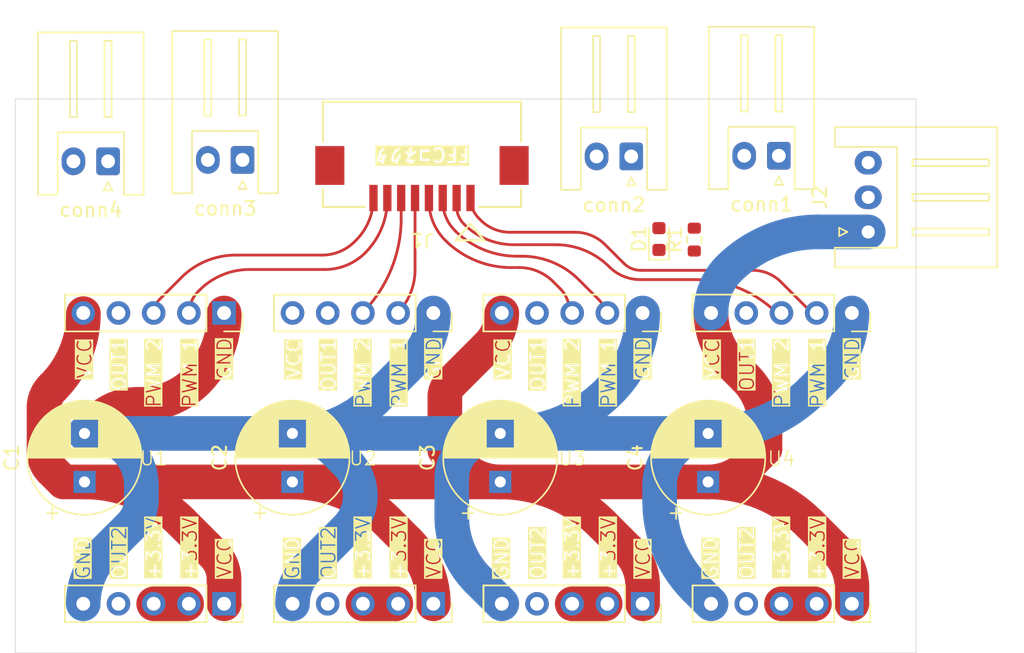
<source format=kicad_pcb>
(kicad_pcb (version 20241229) (generator "pcbnew") (generator_version "9.0")
  (layers (0 "F.Cu" signal) (2 "B.Cu" signal) (13 "F.Paste" user) (15 "B.Paste" user) (5 "F.SilkS" user "F.Silkscreen") (7 "B.SilkS" user "B.Silkscreen") (1 "F.Mask" user) (3 "B.Mask" user) (25 "Edge.Cuts" user))
  (net 0 "")
  (net 1 "+3.3V")
  (net 2 "VCC")
  (net 3 "GND")
  (net 4 "D1 OUT1")
  (net 5 "D1 OUT2")
  (net 6 "D2 OUT2")
  (net 7 "D2 OUT1")
  (net 8 "D3 OUT1")
  (net 9 "D3 OUT2")
  (net 10 "D4 OUT2")
  (net 11 "D4 OUT1")
  (net 12 "D1 EN")
  (net 13 "D1 PH")
  (net 14 "D2 PH")
  (net 15 "D2 EN")
  (net 16 "D3 EN")
  (net 17 "D3 PH")
  (net 18 "D4 EN")
  (net 19 "D4 PH")
  (net 20 "Net-(D1-K)")
  (footprint "Connector_JST:JST_XH_S2B-XH-A_1x02_P2.50mm_Horizontal" (layer "F.Cu") (at 172.1 80.947349 180)
    (property "Reference" "conn1" (at 1.25 -3.5 0) (layer "F.SilkS"))
    (property "Value" "Conn_01x02_Pin")
    (pad "1" thru_hole roundrect (at 0 0 180) (size 1.7 2) (drill 1) (layers "*.Cu" "*.Mask") (roundrect_rratio 0.147059) (net 4 "D1 OUT1"))
    (pad "2" thru_hole oval (at 2.5 0 180) (size 1.7 2) (drill 1) (layers "*.Cu" "*.Mask") (net 5 "D1 OUT2"))
  )
  (footprint "Connector_JST:JST_XH_S2B-XH-A_1x02_P2.50mm_Horizontal" (layer "F.Cu") (at 133.4 81.247349 180)
    (property "Reference" "conn3" (at 1.25 -3.5 0) (layer "F.SilkS"))
    (property "Value" "Conn_01x02_Pin")
    (pad "1" thru_hole roundrect (at 0 0 180) (size 1.7 2) (drill 1) (layers "*.Cu" "*.Mask") (roundrect_rratio 0.147059) (net 8 "D3 OUT1"))
    (pad "2" thru_hole oval (at 2.5 0 180) (size 1.7 2) (drill 1) (layers "*.Cu" "*.Mask") (net 9 "D3 OUT2"))
  )
  (footprint "Capacitor_THT:CP_Radial_D8.0mm_P3.50mm" (layer "F.Cu") (at 152 104.5 90)
    (property "Reference" "C3" (at 1.75 -5.25 90) (layer "F.SilkS"))
    (property "Value" "150uF")
    (pad "1" thru_hole rect (at 0 0 90) (size 1.6 1.6) (drill 0.8) (layers "*.Cu" "*.Mask") (net 2 "VCC"))
    (pad "2" thru_hole circle (at 3.5 0 90) (size 1.6 1.6) (drill 0.8) (layers "*.Cu" "*.Mask") (net 3 "GND"))
  )
  (footprint "Motor Driver Module:DRV8874 Module" (layer "F.Cu") (at 157.19 102.8)
    (property "Reference" "U3" (at 0 0 0) (layer "F.SilkS") (effects (font (thickness 0.1))))
    (property "Value" "~")
    (fp_text user "+3.3V" (at 3.2 8.8 90) (layer "F.SilkS" knockout) (effects (font (thickness 0.1)) (justify left bottom)))
    (fp_text user "+3.3V" (at 0.6 8.8 90) (layer "F.SilkS" knockout) (effects (font (thickness 0.1)) (justify left bottom)))
    (fp_text user "OUT1" (at -1.9 -4.8 90) (layer "F.SilkS" knockout) (effects (font (thickness 0.1)) (justify left bottom)))
    (fp_text user "VCC" (at -4.4 -5.7 90) (layer "F.SilkS" knockout) (effects (font (thickness 0.1)) (justify left bottom)))
    (fp_text user "VCC" (at 5.7 8.7 90) (layer "F.SilkS" knockout) (effects (font (thickness 0.1)) (justify left bottom)))
    (fp_text user "GND" (at -4.5 8.8 90) (layer "F.SilkS" knockout) (effects (font (thickness 0.1)) (justify left bottom)))
    (fp_text user "OUT2" (at -1.9 8.8 90) (layer "F.SilkS" knockout) (effects (font (thickness 0.1)) (justify left bottom)))
    (fp_text user "PWM 2" (at 0.6 -3.6 90) (layer "F.SilkS" knockout) (effects (font (thickness 0.1)) (justify left bottom)))
    (fp_text user "PWM 1" (at 3.2 -3.6 90) (layer "F.SilkS" knockout) (effects (font (thickness 0.1)) (justify left bottom)))
    (fp_text user "GND" (at 5.7 -5.6 90) (layer "F.SilkS" knockout) (effects (font (thickness 0.1)) (justify left bottom)))
    (pad "1" thru_hole rect (at 5.08 -10.5 180) (size 1.7 1.7) (drill 1) (layers "*.Cu" "*.Mask") (net 3 "GND"))
    (pad "2" thru_hole oval (at 2.54 -10.5 180) (size 1.7 1.7) (drill 1) (layers "*.Cu" "*.Mask") (net 16 "D3 EN"))
    (pad "3" thru_hole oval (at 0 -10.5 180) (size 1.7 1.7) (drill 1) (layers "*.Cu" "*.Mask") (net 17 "D3 PH"))
    (pad "4" thru_hole oval (at -2.54 -10.5 180) (size 1.7 1.7) (drill 1) (layers "*.Cu" "*.Mask") (net 8 "D3 OUT1"))
    (pad "5" thru_hole oval (at -5.08 -10.5 180) (size 1.7 1.7) (drill 1) (layers "*.Cu" "*.Mask") (net 2 "VCC"))
    (pad "6" thru_hole rect (at 5.08 10.5 180) (size 1.7 1.7) (drill 1) (layers "*.Cu" "*.Mask") (net 2 "VCC"))
    (pad "7" thru_hole oval (at 2.54 10.5 180) (size 1.7 1.7) (drill 1) (layers "*.Cu" "*.Mask") (net 1 "+3.3V"))
    (pad "8" thru_hole oval (at 0 10.5 180) (size 1.7 1.7) (drill 1) (layers "*.Cu" "*.Mask") (net 1 "+3.3V"))
    (pad "9" thru_hole oval (at -2.54 10.5 180) (size 1.7 1.7) (drill 1) (layers "*.Cu" "*.Mask") (net 9 "D3 OUT2"))
    (pad "10" thru_hole oval (at -5.08 10.5 180) (size 1.7 1.7) (drill 1) (layers "*.Cu" "*.Mask") (net 3 "GND"))
  )
  (footprint "Motor Driver Module:DRV8874 Module" (layer "F.Cu") (at 142.09 102.8)
    (property "Reference" "U2" (at 0 0 0) (layer "F.SilkS") (effects (font (thickness 0.1))))
    (property "Value" "~")
    (fp_text user "PWM 1" (at 3.2 -3.6 90) (layer "F.SilkS" knockout) (effects (font (thickness 0.1)) (justify left bottom)))
    (fp_text user "GND" (at -4.5 8.8 90) (layer "F.SilkS" knockout) (effects (font (thickness 0.1)) (justify left bottom)))
    (fp_text user "OUT1" (at -1.9 -4.8 90) (layer "F.SilkS" knockout) (effects (font (thickness 0.1)) (justify left bottom)))
    (fp_text user "OUT2" (at -1.9 8.8 90) (layer "F.SilkS" knockout) (effects (font (thickness 0.1)) (justify left bottom)))
    (fp_text user "+3.3V" (at 3.2 8.8 90) (layer "F.SilkS" knockout) (effects (font (thickness 0.1)) (justify left bottom)))
    (fp_text user "PWM 2" (at 0.6 -3.6 90) (layer "F.SilkS" knockout) (effects (font (thickness 0.1)) (justify left bottom)))
    (fp_text user "VCC" (at 5.7 8.7 90) (layer "F.SilkS" knockout) (effects (font (thickness 0.1)) (justify left bottom)))
    (fp_text user "+3.3V" (at 0.6 8.8 90) (layer "F.SilkS" knockout) (effects (font (thickness 0.1)) (justify left bottom)))
    (fp_text user "GND" (at 5.7 -5.6 90) (layer "F.SilkS" knockout) (effects (font (thickness 0.1)) (justify left bottom)))
    (fp_text user "VCC" (at -4.4 -5.7 90) (layer "F.SilkS" knockout) (effects (font (thickness 0.1)) (justify left bottom)))
    (pad "1" thru_hole rect (at 5.08 -10.5 180) (size 1.7 1.7) (drill 1) (layers "*.Cu" "*.Mask") (net 3 "GND"))
    (pad "2" thru_hole oval (at 2.54 -10.5 180) (size 1.7 1.7) (drill 1) (layers "*.Cu" "*.Mask") (net 15 "D2 EN"))
    (pad "3" thru_hole oval (at 0 -10.5 180) (size 1.7 1.7) (drill 1) (layers "*.Cu" "*.Mask") (net 14 "D2 PH"))
    (pad "4" thru_hole oval (at -2.54 -10.5 180) (size 1.7 1.7) (drill 1) (layers "*.Cu" "*.Mask") (net 7 "D2 OUT1"))
    (pad "5" thru_hole oval (at -5.08 -10.5 180) (size 1.7 1.7) (drill 1) (layers "*.Cu" "*.Mask") (net 2 "VCC"))
    (pad "6" thru_hole rect (at 5.08 10.5 180) (size 1.7 1.7) (drill 1) (layers "*.Cu" "*.Mask") (net 2 "VCC"))
    (pad "7" thru_hole oval (at 2.54 10.5 180) (size 1.7 1.7) (drill 1) (layers "*.Cu" "*.Mask") (net 1 "+3.3V"))
    (pad "8" thru_hole oval (at 0 10.5 180) (size 1.7 1.7) (drill 1) (layers "*.Cu" "*.Mask") (net 1 "+3.3V"))
    (pad "9" thru_hole oval (at -2.54 10.5 180) (size 1.7 1.7) (drill 1) (layers "*.Cu" "*.Mask") (net 6 "D2 OUT2"))
    (pad "10" thru_hole oval (at -5.08 10.5 180) (size 1.7 1.7) (drill 1) (layers "*.Cu" "*.Mask") (net 3 "GND"))
  )
  (footprint "Resistor_SMD:R_0603_1608Metric" (layer "F.Cu") (at 166 87 90)
    (property "Reference" "R1" (at 0 -1.43 90) (layer "F.SilkS"))
    (property "Value" "350")
    (pad "1" smd roundrect (at -0.825 0 90) (size 0.8 0.95) (layers "F.Cu" "F.Mask" "F.Paste") (net 20 "Net-(D1-K)"))
    (pad "2" smd roundrect (at 0.825 0 90) (size 0.8 0.95) (layers "F.Cu" "F.Mask" "F.Paste") (net 3 "GND"))
  )
  (footprint "Connector_JST:JST_XH_S3B-XH-A_1x03_P2.50mm_Horizontal" (layer "F.Cu") (at 178.55 86.447349 90)
    (property "Reference" "J2" (at 2.5 -3.5 90) (layer "F.SilkS"))
    (property "Value" "Conn_01x03_Pin")
    (pad "1" thru_hole roundrect (at 0 0 90) (size 1.7 1.95) (drill 0.95) (layers "*.Cu" "*.Mask") (roundrect_rratio 0.147059) (net 2 "VCC"))
    (pad "2" thru_hole oval (at 2.5 0 90) (size 1.7 1.95) (drill 0.95) (layers "*.Cu" "*.Mask") (net 1 "+3.3V"))
    (pad "3" thru_hole oval (at 5 0 90) (size 1.7 1.95) (drill 0.95) (layers "*.Cu" "*.Mask") (net 3 "GND"))
  )
  (footprint "FFC conector:FFC conector 8Pin" (layer "F.Cu") (at 146.350007 80.847349 180)
    (property "Reference" "J1" (at 0 -6.2 180) (layer "F.SilkS"))
    (property "Value" "Conn_01x08_Pin")
    (fp_text user "FFCコネクタ" (at 0 0 180) (layer "F.SilkS" knockout))
    (pad "1" smd rect (at -3.499993 -3.149999 180) (size 0.6 1.9) (layers "F.Cu" "F.Mask" "F.Paste") (net 16 "D3 EN"))
    (pad "2" smd rect (at -2.499992 -3.149999 180) (size 0.6 1.9) (layers "F.Cu" "F.Mask" "F.Paste") (net 17 "D3 PH"))
    (pad "3" smd rect (at -1.499992 -3.149999 180) (size 0.6 1.9) (layers "F.Cu" "F.Mask" "F.Paste") (net 15 "D2 EN"))
    (pad "4" smd rect (at -0.499994 -3.149999 180) (size 0.6 1.9) (layers "F.Cu" "F.Mask" "F.Paste") (net 14 "D2 PH"))
    (pad "5" smd rect (at 0.500007 -3.149999 180) (size 0.6 1.9) (layers "F.Cu" "F.Mask" "F.Paste") (net 18 "D4 EN"))
    (pad "6" smd rect (at 1.500007 -3.149999 180) (size 0.6 1.9) (layers "F.Cu" "F.Mask" "F.Paste") (net 19 "D4 PH"))
    (pad "7" smd rect (at 2.500008 -3.149999 180) (size 0.6 1.9) (layers "F.Cu" "F.Mask" "F.Paste") (net 12 "D1 EN"))
    (pad "8" smd rect (at 3.500008 -3.149999 180) (size 0.6 1.9) (layers "F.Cu" "F.Mask" "F.Paste") (net 13 "D1 PH"))
    (pad "P1" smd rect (at -6.649993 -0.799998 180) (size 2.1 2.799999) (layers "F.Cu" "F.Mask" "F.Paste"))
    (pad "P2" smd rect (at 6.649993 -0.799998 180) (size 2.1 2.799999) (layers "F.Cu" "F.Mask" "F.Paste"))
  )
  (footprint "Motor Driver Module:DRV8874 Module" (layer "F.Cu") (at 126.99 102.8)
    (property "Reference" "U1" (at 0 0 0) (layer "F.SilkS") (effects (font (thickness 0.1))))
    (property "Value" "~")
    (fp_text user "PWM 2" (at 0.6 -3.6 90) (layer "F.SilkS" knockout) (effects (font (thickness 0.1)) (justify left bottom)))
    (fp_text user "+3.3V" (at 0.6 8.8 90) (layer "F.SilkS" knockout) (effects (font (thickness 0.1)) (justify left bottom)))
    (fp_text user "VCC" (at 5.7 8.7 90) (layer "F.SilkS" knockout) (effects (font (thickness 0.1)) (justify left bottom)))
    (fp_text user "PWM 1" (at 3.2 -3.6 90) (layer "F.SilkS" knockout) (effects (font (thickness 0.1)) (justify left bottom)))
    (fp_text user "GND" (at -4.5 8.8 90) (layer "F.SilkS" knockout) (effects (font (thickness 0.1)) (justify left bottom)))
    (fp_text user "OUT1" (at -1.9 -4.8 90) (layer "F.SilkS" knockout) (effects (font (thickness 0.1)) (justify left bottom)))
    (fp_text user "VCC" (at -4.4 -5.7 90) (layer "F.SilkS" knockout) (effects (font (thickness 0.1)) (justify left bottom)))
    (fp_text user "+3.3V" (at 3.2 8.8 90) (layer "F.SilkS" knockout) (effects (font (thickness 0.1)) (justify left bottom)))
    (fp_text user "OUT2" (at -1.9 8.8 90) (layer "F.SilkS" knockout) (effects (font (thickness 0.1)) (justify left bottom)))
    (fp_text user "GND" (at 5.7 -5.6 90) (layer "F.SilkS" knockout) (effects (font (thickness 0.1)) (justify left bottom)))
    (pad "1" thru_hole rect (at 5.08 -10.5 180) (size 1.7 1.7) (drill 1) (layers "*.Cu" "*.Mask") (net 3 "GND"))
    (pad "2" thru_hole oval (at 2.54 -10.5 180) (size 1.7 1.7) (drill 1) (layers "*.Cu" "*.Mask") (net 12 "D1 EN"))
    (pad "3" thru_hole oval (at 0 -10.5 180) (size 1.7 1.7) (drill 1) (layers "*.Cu" "*.Mask") (net 13 "D1 PH"))
    (pad "4" thru_hole oval (at -2.54 -10.5 180) (size 1.7 1.7) (drill 1) (layers "*.Cu" "*.Mask") (net 4 "D1 OUT1"))
    (pad "5" thru_hole oval (at -5.08 -10.5 180) (size 1.7 1.7) (drill 1) (layers "*.Cu" "*.Mask") (net 2 "VCC"))
    (pad "6" thru_hole rect (at 5.08 10.5 180) (size 1.7 1.7) (drill 1) (layers "*.Cu" "*.Mask") (net 2 "VCC"))
    (pad "7" thru_hole oval (at 2.54 10.5 180) (size 1.7 1.7) (drill 1) (layers "*.Cu" "*.Mask") (net 1 "+3.3V"))
    (pad "8" thru_hole oval (at 0 10.5 180) (size 1.7 1.7) (drill 1) (layers "*.Cu" "*.Mask") (net 1 "+3.3V"))
    (pad "9" thru_hole oval (at -2.54 10.5 180) (size 1.7 1.7) (drill 1) (layers "*.Cu" "*.Mask") (net 5 "D1 OUT2"))
    (pad "10" thru_hole oval (at -5.08 10.5 180) (size 1.7 1.7) (drill 1) (layers "*.Cu" "*.Mask") (net 3 "GND"))
  )
  (footprint "LED_SMD:LED_0603_1608Metric" (layer "F.Cu") (at 163.45 86.96 90)
    (property "Reference" "D1" (at 0 -1.43 90) (layer "F.SilkS"))
    (property "Value" "LED")
    (pad "1" smd roundrect (at -0.7875 0 90) (size 0.875 0.95) (layers "F.Cu" "F.Mask" "F.Paste") (net 20 "Net-(D1-K)"))
    (pad "2" smd roundrect (at 0.7875 0 90) (size 0.875 0.95) (layers "F.Cu" "F.Mask" "F.Paste") (net 2 "VCC"))
  )
  (footprint "Motor Driver Module:DRV8874 Module" (layer "F.Cu") (at 172.29 102.8)
    (property "Reference" "U4" (at 0 0 0) (layer "F.SilkS") (effects (font (thickness 0.1))))
    (property "Value" "~")
    (fp_text user "VCC" (at 5.7 8.7 90) (layer "F.SilkS" knockout) (effects (font (thickness 0.1)) (justify left bottom)))
    (fp_text user "PWM 2" (at 0.6 -3.6 90) (layer "F.SilkS" knockout) (effects (font (thickness 0.1)) (justify left bottom)))
    (fp_text user "+3.3V" (at 3.2 8.8 90) (layer "F.SilkS" knockout) (effects (font (thickness 0.1)) (justify left bottom)))
    (fp_text user "GND" (at 5.7 -5.6 90) (layer "F.SilkS" knockout) (effects (font (thickness 0.1)) (justify left bottom)))
    (fp_text user "OUT2" (at -1.9 8.8 90) (layer "F.SilkS" knockout) (effects (font (thickness 0.1)) (justify left bottom)))
    (fp_text user "OUT1" (at -1.9 -4.8 90) (layer "F.SilkS" knockout) (effects (font (thickness 0.1)) (justify left bottom)))
    (fp_text user "PWM 1" (at 3.2 -3.6 90) (layer "F.SilkS" knockout) (effects (font (thickness 0.1)) (justify left bottom)))
    (fp_text user "GND" (at -4.5 8.8 90) (layer "F.SilkS" knockout) (effects (font (thickness 0.1)) (justify left bottom)))
    (fp_text user "+3.3V" (at 0.6 8.8 90) (layer "F.SilkS" knockout) (effects (font (thickness 0.1)) (justify left bottom)))
    (fp_text user "VCC" (at -4.4 -5.7 90) (layer "F.SilkS" knockout) (effects (font (thickness 0.1)) (justify left bottom)))
    (pad "1" thru_hole rect (at 5.08 -10.5 180) (size 1.7 1.7) (drill 1) (layers "*.Cu" "*.Mask") (net 3 "GND"))
    (pad "2" thru_hole oval (at 2.54 -10.5 180) (size 1.7 1.7) (drill 1) (layers "*.Cu" "*.Mask") (net 18 "D4 EN"))
    (pad "3" thru_hole oval (at 0 -10.5 180) (size 1.7 1.7) (drill 1) (layers "*.Cu" "*.Mask") (net 19 "D4 PH"))
    (pad "4" thru_hole oval (at -2.54 -10.5 180) (size 1.7 1.7) (drill 1) (layers "*.Cu" "*.Mask") (net 11 "D4 OUT1"))
    (pad "5" thru_hole oval (at -5.08 -10.5 180) (size 1.7 1.7) (drill 1) (layers "*.Cu" "*.Mask") (net 2 "VCC"))
    (pad "6" thru_hole rect (at 5.08 10.5 180) (size 1.7 1.7) (drill 1) (layers "*.Cu" "*.Mask") (net 2 "VCC"))
    (pad "7" thru_hole oval (at 2.54 10.5 180) (size 1.7 1.7) (drill 1) (layers "*.Cu" "*.Mask") (net 1 "+3.3V"))
    (pad "8" thru_hole oval (at 0 10.5 180) (size 1.7 1.7) (drill 1) (layers "*.Cu" "*.Mask") (net 1 "+3.3V"))
    (pad "9" thru_hole oval (at -2.54 10.5 180) (size 1.7 1.7) (drill 1) (layers "*.Cu" "*.Mask") (net 10 "D4 OUT2"))
    (pad "10" thru_hole oval (at -5.08 10.5 180) (size 1.7 1.7) (drill 1) (layers "*.Cu" "*.Mask") (net 3 "GND"))
  )
  (footprint "Capacitor_THT:CP_Radial_D8.0mm_P3.50mm" (layer "F.Cu") (at 167 104.5 90)
    (property "Reference" "C4" (at 1.75 -5.25 90) (layer "F.SilkS"))
    (property "Value" "150uF")
    (pad "1" thru_hole rect (at 0 0 90) (size 1.6 1.6) (drill 0.8) (layers "*.Cu" "*.Mask") (net 2 "VCC"))
    (pad "2" thru_hole circle (at 3.5 0 90) (size 1.6 1.6) (drill 0.8) (layers "*.Cu" "*.Mask") (net 3 "GND"))
  )
  (footprint "Connector_JST:JST_XH_S2B-XH-A_1x02_P2.50mm_Horizontal" (layer "F.Cu") (at 161.45 80.997349 180)
    (property "Reference" "conn2" (at 1.25 -3.5 0) (layer "F.SilkS"))
    (property "Value" "Conn_01x02_Pin")
    (pad "1" thru_hole roundrect (at 0 0 180) (size 1.7 2) (drill 1) (layers "*.Cu" "*.Mask") (roundrect_rratio 0.147059) (net 7 "D2 OUT1"))
    (pad "2" thru_hole oval (at 2.5 0 180) (size 1.7 2) (drill 1) (layers "*.Cu" "*.Mask") (net 6 "D2 OUT2"))
  )
  (footprint "Connector_JST:JST_XH_S2B-XH-A_1x02_P2.50mm_Horizontal" (layer "F.Cu") (at 123.7 81.347349 180)
    (property "Reference" "conn4" (at 1.25 -3.5 0) (layer "F.SilkS"))
    (property "Value" "Conn_01x02_Pin")
    (pad "1" thru_hole roundrect (at 0 0 180) (size 1.7 2) (drill 1) (layers "*.Cu" "*.Mask") (roundrect_rratio 0.147059) (net 11 "D4 OUT1"))
    (pad "2" thru_hole oval (at 2.5 0 180) (size 1.7 2) (drill 1) (layers "*.Cu" "*.Mask") (net 10 "D4 OUT2"))
  )
  (footprint "Capacitor_THT:CP_Radial_D8.0mm_P3.50mm" (layer "F.Cu") (at 137 104.5 90)
    (property "Reference" "C2" (at 1.75 -5.25 90) (layer "F.SilkS"))
    (property "Value" "150uF")
    (pad "1" thru_hole rect (at 0 0 90) (size 1.6 1.6) (drill 0.8) (layers "*.Cu" "*.Mask") (net 2 "VCC"))
    (pad "2" thru_hole circle (at 3.5 0 90) (size 1.6 1.6) (drill 0.8) (layers "*.Cu" "*.Mask") (net 3 "GND"))
  )
  (footprint "Capacitor_THT:CP_Radial_D8.0mm_P3.50mm" (layer "F.Cu") (at 122 104.5 90)
    (property "Reference" "C1" (at 1.75 -5.25 90) (layer "F.SilkS"))
    (property "Value" "150uF")
    (pad "1" thru_hole rect (at 0 0 90) (size 1.6 1.6) (drill 0.8) (layers "*.Cu" "*.Mask") (net 2 "VCC"))
    (pad "2" thru_hole circle (at 3.5 0 90) (size 1.6 1.6) (drill 0.8) (layers "*.Cu" "*.Mask") (net 3 "GND"))
  )
  (gr_line (start 117 76.847349) (end 182 76.847349) (stroke (width 0.05)) (layer "Edge.Cuts"))
  (gr_line (start 182 76.847349) (end 182 116.847349) (stroke (width 0.05)) (layer "Edge.Cuts"))
  (gr_line (start 182 116.847349) (end 117 116.847349) (stroke (width 0.05)) (layer "Edge.Cuts"))
  (gr_line (start 117 116.847349) (end 117 76.847349) (stroke (width 0.05)) (layer "Edge.Cuts"))
  (segment (start 144.458417 113.3) (end 144.464706 113.302605) (width 2.5) (layer "F.Cu") (net 1))
  (segment (start 157.19 113.3) (end 159.57 113.3) (width 2.5) (layer "F.Cu") (net 1))
  (segment (start 172.29 113.3) (end 174.67 113.3) (width 2.5) (layer "F.Cu") (net 1))
  (segment (start 126.99 113.3) (end 129.37 113.3) (width 2.5) (layer "F.Cu") (net 1))
  (segment (start 142.09 113.3) (end 144.458417 113.3) (width 2.5) (layer "F.Cu") (net 1))
  (segment (start 119.617401 103.637401) (end 120.47 104.49) (width 2.5) (layer "F.Cu") (net 2))
  (segment (start 120.494142 104.5) (end 122 104.5) (width 2.5) (layer "F.Cu") (net 2))
  (segment (start 171.1 102.1) (end 171.1 100.379899) (width 2.5) (layer "F.Cu") (net 2))
  (segment (start 122 104.5) (end 167 104.5) (width 2.5) (layer "F.Cu") (net 2))
  (segment (start 162.27 111.983209) (end 162.27 113.3) (width 2.5) (layer "F.Cu") (net 2))
  (segment (start 177.37 112.083209) (end 177.37 113.3) (width 2.5) (layer "F.Cu") (net 2))
  (segment (start 174.340559 107.540559) (end 176.3 109.5) (width 2.5) (layer "F.Cu") (net 2))
  (segment (start 159.340559 107.540559) (end 161.2 109.4) (width 2.5) (layer "F.Cu") (net 2))
  (segment (start 169.902081 103.297918) (end 171.1 102.1) (width 2.5) (layer "F.Cu") (net 2))
  (segment (start 119.08 99.134386) (end 119.08 102.34) (width 2.5) (layer "F.Cu") (net 2))
  (segment (start 143.828427 107.328427) (end 145.310309 108.810309) (width 2.5) (layer "F.Cu") (net 2))
  (segment (start 169.7 97) (end 168.772706 96.072706) (width 2.5) (layer "F.Cu") (net 2))
  (segment (start 119.719023 97.660976) (end 119.67 97.71) (width 2.5) (layer "F.Cu") (net 2))
  (segment (start 148 102.2) (end 148 98.365685) (width 2.5) (layer "F.Cu") (net 2))
  (segment (start 128.999138 107.399138) (end 131.3 109.7) (width 2.5) (layer "F.Cu") (net 2))
  (segment (start 148.4 97.4) (end 151.127121 94.672879) (width 2.5) (layer "F.Cu") (net 2))
  (segment (start 132.07 111.558944) (end 132.07 113.3) (width 2.5) (layer "F.Cu") (net 2))
  (segment (start 149.097919 103.297918) (end 148 102.2) (width 2.5) (layer "F.Cu") (net 2))
  (arc (start 148 98.365685) (mid 148.103957 97.84306) (end 148.4 97.4) (width 2.5) (layer "F.Cu") (net 2))
  (arc (start 152 104.5) (mid 155.972682 105.290216) (end 159.340559 107.540559) (width 2.5) (layer "F.Cu") (net 2))
  (arc (start 168.772706 96.072706) (mid 167.616134 94.341774) (end 167.21 92.3) (width 2.5) (layer "F.Cu") (net 2))
  (arc (start 161.2 109.4) (mid 161.991916 110.585187) (end 162.27 111.983209) (width 2.5) (layer "F.Cu") (net 2))
  (arc (start 176.3 109.5) (mid 177.091916 110.685187) (end 177.37 112.083209) (width 2.5) (layer "F.Cu") (net 2))
  (arc (start 137 104.5) (mid 140.695518 105.235084) (end 143.828427 107.328427) (width 2.5) (layer "F.Cu") (net 2))
  (arc (start 171.1 100.379899) (mid 170.736152 98.55071) (end 169.7 97) (width 2.5) (layer "F.Cu") (net 2))
  (arc (start 119.67 97.71) (mid 119.233336 98.363513) (end 119.08 99.134386) (width 2.5) (layer "F.Cu") (net 2))
  (arc (start 119.08 102.34) (mid 119.219666 103.042148) (end 119.617401 103.637401) (width 2.5) (layer "F.Cu") (net 2))
  (arc (start 122 104.5) (mid 125.787906 105.253461) (end 128.999138 107.399138) (width 2.5) (layer "F.Cu") (net 2))
  (arc (start 152 104.5) (mid 150.429405 104.187589) (end 149.097919 103.297918) (width 2.5) (layer "F.Cu") (net 2))
  (arc (start 121.92 92.347349) (mid 121.347985 95.223063) (end 119.719023 97.660976) (width 2.5) (layer "F.Cu") (net 2))
  (arc (start 167 104.5) (mid 170.972682 105.290216) (end 174.340559 107.540559) (width 2.5) (layer "F.Cu") (net 2))
  (arc (start 151.127121 94.672879) (mid 151.854558 93.584193) (end 152.11 92.3) (width 2.5) (layer "F.Cu") (net 2))
  (arc (start 120.47 104.49) (mid 120.481076 104.497401) (end 120.494142 104.5) (width 2.5) (layer "F.Cu") (net 2))
  (arc (start 145.310309 108.810309) (mid 146.686682 110.870197) (end 147.17 113.3) (width 2.5) (layer "F.Cu") (net 2))
  (arc (start 167 104.5) (mid 168.570595 104.187589) (end 169.902081 103.297918) (width 2.5) (layer "F.Cu") (net 2))
  (arc (start 131.3 109.7) (mid 131.869883 110.552891) (end 132.07 111.558944) (width 2.5) (layer "F.Cu") (net 2))
  (segment (start 174.904066 86.447349) (end 178.55 86.447349) (width 2.5) (layer "B.Cu") (net 2))
  (segment (start 167.21 92.3) (end 167.21 92.214335) (width 2.5) (layer "B.Cu") (net 2))
  (arc (start 168.5 89.1) (mid 171.43821 87.13675) (end 174.904066 86.447349) (width 2.5) (layer "B.Cu") (net 2))
  (arc (start 167.21 92.214335) (mid 167.54526 90.528869) (end 168.5 89.1) (width 2.5) (layer "B.Cu") (net 2))
  (segment (start 132.07 92.3) (end 132.07 92.443999) (width 2.5) (layer "F.Cu") (net 3))
  (segment (start 122.897919 100.102082) (end 122 101) (width 2.5) (layer "F.Cu") (net 3))
  (segment (start 125.995837 98.9) (end 125.8 98.9) (width 2.5) (layer "F.Cu") (net 3))
  (arc (start 132.07 92.443999) (mid 131.558014 95.017929) (end 130.1 97.2) (width 2.5) (layer "F.Cu") (net 3))
  (arc (start 130.1 97.2) (mid 128.216994 98.458185) (end 125.995837 98.9) (width 2.5) (layer "F.Cu") (net 3))
  (arc (start 125.8 98.9) (mid 124.229405 99.212411) (end 122.897919 100.102082) (width 2.5) (layer "F.Cu") (net 3))
  (segment (start 148.5 104.272792) (end 148.5 107) (width 2.5) (layer "B.Cu") (net 3))
  (segment (start 159.8 98) (end 159.986045 97.813955) (width 2.5) (layer "B.Cu") (net 3))
  (segment (start 142.974873 98.525126) (end 145.8 95.7) (width 2.5) (layer "B.Cu") (net 3))
  (segment (start 149.43934 102.06066) (end 149.4 102.1) (width 2.5) (layer "B.Cu") (net 3))
  (segment (start 164.780761 101.919239) (end 164.6 102.1) (width 2.5) (layer "B.Cu") (net 3))
  (segment (start 122 101) (end 122.344365 101) (width 2.5) (layer "B.Cu") (net 3))
  (segment (start 174.51127 97.88873) (end 175.439599 96.960401) (width 2.5) (layer "B.Cu") (net 3))
  (segment (start 124.3 108.7) (end 123.472706 109.527294) (width 2.5) (layer "B.Cu") (net 3))
  (segment (start 147.17 92.392527) (end 147.17 92.3) (width 2.5) (layer "B.Cu") (net 3))
  (segment (start 139.8 109) (end 138.077731 110.722269) (width 2.5) (layer "B.Cu") (net 3))
  (segment (start 150.402117 111.592117) (end 152.11 113.3) (width 2.5) (layer "B.Cu") (net 3))
  (segment (start 126.1 104.755635) (end 126.1 105.8) (width 2.5) (layer "B.Cu") (net 3))
  (segment (start 166.109224 112.199224) (end 167.21 113.3) (width 2.5) (layer "B.Cu") (net 3))
  (segment (start 163.5 104.755635) (end 163.5 105.9) (width 2.5) (layer "B.Cu") (net 3))
  (segment (start 140.910051 107.88995) (end 139.8 109) (width 2.5) (layer "B.Cu") (net 3))
  (segment (start 152 101) (end 152.557359 101) (width 2.5) (layer "B.Cu") (net 3))
  (segment (start 140.072792 102.272792) (end 140.910051 103.110051) (width 2.5) (layer "B.Cu") (net 3))
  (segment (start 122 101) (end 167 101) (width 2.5) (layer "B.Cu") (net 3))
  (segment (start 125.322183 107.677818) (end 124.3 108.7) (width 2.5) (layer "B.Cu") (net 3))
  (arc (start 149.4 102.1) (mid 148.733902 103.096885) (end 148.5 104.272792) (width 2.5) (layer "B.Cu") (net 3))
  (arc (start 167 101) (mid 165.798956 101.238902) (end 164.780761 101.919239) (width 2.5) (layer "B.Cu") (net 3))
  (arc (start 152 101) (mid 150.614181 101.275657) (end 149.43934 102.06066) (width 2.5) (layer "B.Cu") (net 3))
  (arc (start 152.557359 101) (mid 156.477048 100.220325) (end 159.8 98) (width 2.5) (layer "B.Cu") (net 3))
  (arc (start 148.5 107) (mid 148.994344 109.485236) (end 150.402117 111.592117) (width 2.5) (layer "B.Cu") (net 3))
  (arc (start 122.344365 101) (mid 123.781584 101.285881) (end 125 102.1) (width 2.5) (layer "B.Cu") (net 3))
  (arc (start 137 101) (mid 138.662983 101.330788) (end 140.072792 102.272792) (width 2.5) (layer "B.Cu") (net 3))
  (arc (start 145.8 95.7) (mid 146.813949 94.182518) (end 147.17 92.392527) (width 2.5) (layer "B.Cu") (net 3))
  (arc (start 125 102.1) (mid 125.814119 103.318416) (end 126.1 104.755635) (width 2.5) (layer "B.Cu") (net 3))
  (arc (start 140.910051 103.110051) (mid 141.64272 104.206569) (end 141.9 105.5) (width 2.5) (layer "B.Cu") (net 3))
  (arc (start 123.472706 109.527294) (mid 122.316134 111.258226) (end 121.91 113.3) (width 2.5) (layer "B.Cu") (net 3))
  (arc (start 159.986045 97.813955) (mid 161.67642 95.284131) (end 162.27 92.3) (width 2.5) (layer "B.Cu") (net 3))
  (arc (start 141.9 105.5) (mid 141.642721 106.793431) (end 140.910051 107.88995) (width 2.5) (layer "B.Cu") (net 3))
  (arc (start 138.077731 110.722269) (mid 137.287495 111.904942) (end 137.01 113.3) (width 2.5) (layer "B.Cu") (net 3))
  (arc (start 167 101) (mid 171.06507 100.191407) (end 174.51127 97.88873) (width 2.5) (layer "B.Cu") (net 3))
  (arc (start 126.1 105.8) (mid 125.897852 106.816268) (end 125.322183 107.677818) (width 2.5) (layer "B.Cu") (net 3))
  (arc (start 163.5 105.9) (mid 164.178115 109.309115) (end 166.109224 112.199224) (width 2.5) (layer "B.Cu") (net 3))
  (arc (start 164.6 102.1) (mid 163.785881 103.318416) (end 163.5 104.755635) (width 2.5) (layer "B.Cu") (net 3))
  (arc (start 137 101) (mid 140.233578 100.356801) (end 142.974873 98.525126) (width 2.5) (layer "B.Cu") (net 3))
  (arc (start 175.439599 96.960401) (mid 176.868305 94.82219) (end 177.37 92.3) (width 2.5) (layer "B.Cu") (net 3))
  (segment (start 130.3 90.65) (end 130.202806 90.747194) (width 0.2) (layer "F.Cu") (net 12))
  (segment (start 143.849999 83.997348) (end 143.849999 84.097261) (width 0.2) (layer "F.Cu") (net 12))
  (segment (start 139.352944 89.16) (end 133.897178 89.16) (width 0.2) (layer "F.Cu") (net 12))
  (arc (start 130.202806 90.747194) (mid 129.712258 91.481351) (end 129.54 92.347349) (width 0.2) (layer "F.Cu") (net 12))
  (arc (start 143.849999 84.097261) (mid 143.434172 86.18776) (end 142.25 87.96) (width 0.2) (layer "F.Cu") (net 12))
  (arc (start 133.897178 89.16) (mid 131.9504 89.547238) (end 130.3 90.65) (width 0.2) (layer "F.Cu") (net 12))
  (arc (start 142.25 87.96) (mid 140.920819 88.84813) (end 139.352944 89.16) (width 0.2) (layer "F.Cu") (net 12))
  (segment (start 128.983655 89.746346) (end 128.08 90.65) (width 0.2) (layer "F.Cu") (net 13))
  (segment (start 139.134071 88.12) (end 132.91 88.12) (width 0.2) (layer "F.Cu") (net 13))
  (segment (start 141.582402 87.057598) (end 141.5 87.14) (width 0.2) (layer "F.Cu") (net 13))
  (segment (start 128.08 90.65) (end 127.436531 91.293469) (width 0.2) (layer "F.Cu") (net 13))
  (arc (start 132.91 88.12) (mid 130.785077 88.542673) (end 128.983655 89.746346) (width 0.2) (layer "F.Cu") (net 13))
  (arc (start 142.849999 83.997348) (mid 142.520561 85.653543) (end 141.582402 87.057598) (width 0.2) (layer "F.Cu") (net 13))
  (arc (start 141.5 87.14) (mid 140.414502 87.865307) (end 139.134071 88.12) (width 0.2) (layer "F.Cu") (net 13))
  (arc (start 127.436531 91.293469) (mid 127.113451 91.776993) (end 127 92.347349) (width 0.2) (layer "F.Cu") (net 13))
  (segment (start 146.850001 83.997348) (end 146.850001 84.20123) (width 0.2) (layer "F.Cu") (net 14))
  (segment (start 152.786001 89.02) (end 153.36 89.02) (width 0.2) (layer "F.Cu") (net 14))
  (segment (start 157 92.195807) (end 157 92.347349) (width 0.2) (layer "F.Cu") (net 14))
  (segment (start 155.818234 90.038234) (end 156.31 90.53) (width 0.2) (layer "F.Cu") (net 14))
  (arc (start 148.03 87.05) (mid 150.212072 88.508013) (end 152.786001 89.02) (width 0.2) (layer "F.Cu") (net 14))
  (arc (start 156.31 90.53) (mid 156.820675 91.294279) (end 157 92.195807) (width 0.2) (layer "F.Cu") (net 14))
  (arc (start 153.36 89.02) (mid 154.690387 89.28463) (end 155.818234 90.038234) (width 0.2) (layer "F.Cu") (net 14))
  (arc (start 146.850001 84.20123) (mid 147.156673 85.742973) (end 148.03 87.05) (width 0.2) (layer "F.Cu") (net 14))
  (segment (start 157.674128 89.904127) (end 158.16 90.39) (width 0.2) (layer "F.Cu") (net 15))
  (segment (start 147.849999 83.997348) (end 147.849999 84.22549) (width 0.2) (layer "F.Cu") (net 15))
  (segment (start 153.196295 88.2) (end 153.56 88.2) (width 0.2) (layer "F.Cu") (net 15))
  (segment (start 158.16 90.39) (end 159.131753 91.361753) (width 0.2) (layer "F.Cu") (net 15))
  (arc (start 148.73 86.35) (mid 150.779154 87.719201) (end 153.196295 88.2) (width 0.2) (layer "F.Cu") (net 15))
  (arc (start 159.131753 91.361753) (mid 159.4339 91.813949) (end 159.54 92.347349) (width 0.2) (layer "F.Cu") (net 15))
  (arc (start 147.849999 84.22549) (mid 148.078704 85.375266) (end 148.73 86.35) (width 0.2) (layer "F.Cu") (net 15))
  (arc (start 153.56 88.2) (mid 155.78655 88.642888) (end 157.674128 89.904127) (width 0.2) (layer "F.Cu") (net 15))
  (segment (start 159.568025 87.368026) (end 160.91 88.71) (width 0.2) (layer "F.Cu") (net 16))
  (segment (start 150.459987 85.469987) (end 150.59 85.6) (width 0.2) (layer "F.Cu") (net 16))
  (segment (start 152.690366 86.47) (end 157.4 86.47) (width 0.2) (layer "F.Cu") (net 16))
  (segment (start 162.141249 89.22) (end 170.23 89.22) (width 0.2) (layer "F.Cu") (net 16))
  (segment (start 172.248911 90.056261) (end 174.54 92.347349) (width 0.2) (layer "F.Cu") (net 16))
  (arc (start 150.59 85.6) (mid 151.553656 86.243894) (end 152.690366 86.47) (width 0.2) (layer "F.Cu") (net 16))
  (arc (start 170.23 89.22) (mid 171.322627 89.437337) (end 172.248911 90.056261) (width 0.2) (layer "F.Cu") (net 16))
  (arc (start 160.91 88.71) (mid 161.474902 89.087455) (end 162.141249 89.22) (width 0.2) (layer "F.Cu") (net 16))
  (arc (start 149.85 83.997348) (mid 150.00853 84.794334) (end 150.459987 85.469987) (width 0.2) (layer "F.Cu") (net 16))
  (arc (start 157.4 86.47) (mid 158.573327 86.703389) (end 159.568025 87.368026) (width 0.2) (layer "F.Cu") (net 16))
  (segment (start 152.977178 87.37) (end 156.007258 87.37) (width 0.2) (layer "F.Cu") (net 17))
  (segment (start 148.849999 83.997348) (end 148.849999 84.600464) (width 0.2) (layer "F.Cu") (net 17))
  (segment (start 162.091076 89.89) (end 166.067435 89.89) (width 0.2) (layer "F.Cu") (net 17))
  (arc (start 166.067435 89.89) (mid 169.278116 90.528644) (end 172 92.347349) (width 0.2) (layer "F.Cu") (net 17))
  (arc (start 159.87 88.97) (mid 160.889038 89.6509) (end 162.091076 89.89) (width 0.2) (layer "F.Cu") (net 17))
  (arc (start 156.007258 87.37) (mid 158.097759 87.785826) (end 159.87 88.97) (width 0.2) (layer "F.Cu") (net 17))
  (arc (start 149.38 85.88) (mid 151.030399 86.982762) (end 152.977178 87.37) (width 0.2) (layer "F.Cu") (net 17))
  (arc (start 148.849999 84.600464) (mid 148.987742 85.292944) (end 149.38 85.88) (width 0.2) (layer "F.Cu") (net 17))
  (segment (start 145.85 83.997348) (end 145.85 89.184729) (width 0.2) (layer "F.Cu") (net 18))
  (arc (start 145.85 89.184729) (mid 145.509542 90.896327) (end 144.54 92.347349) (width 0.2) (layer "F.Cu") (net 18))
  (segment (start 144.85 83.997348) (end 144.85 85.46684) (width 0.2) (layer "F.Cu") (net 19))
  (arc (start 144.85 85.46684) (mid 144.109309 89.190545) (end 142 92.347349) (width 0.2) (layer "F.Cu") (net 19))
)
</source>
